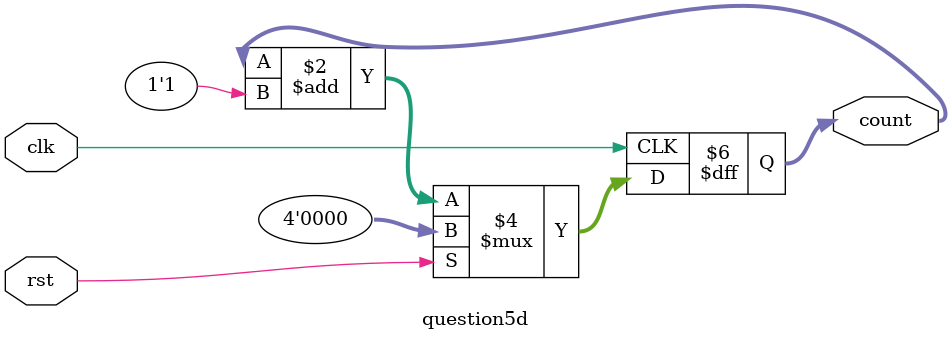
<source format=v>
`timescale 1ns / 1ps
module question5d(
	input  wire      clk,
	input  wire      rst,
   output wire [3:0] count
   );

	always @ (posedge clk) begin
		if (rst) count <= 4'b0;
		else count <= count + 1'b1;
	end

endmodule
</source>
